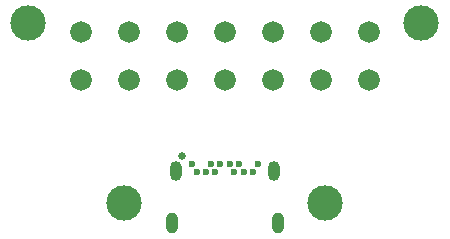
<source format=gbr>
%TF.GenerationSoftware,KiCad,Pcbnew,7.0.5*%
%TF.CreationDate,2024-03-06T09:17:32-05:00*%
%TF.ProjectId,SaberCord_Copy_Male,53616265-7243-46f7-9264-5f436f70795f,rev?*%
%TF.SameCoordinates,Original*%
%TF.FileFunction,Soldermask,Bot*%
%TF.FilePolarity,Negative*%
%FSLAX46Y46*%
G04 Gerber Fmt 4.6, Leading zero omitted, Abs format (unit mm)*
G04 Created by KiCad (PCBNEW 7.0.5) date 2024-03-06 09:17:32*
%MOMM*%
%LPD*%
G01*
G04 APERTURE LIST*
%ADD10C,0.650000*%
%ADD11O,1.000000X1.700000*%
%ADD12O,1.000000X1.800000*%
%ADD13C,0.600000*%
%ADD14C,3.000000*%
%ADD15C,1.828800*%
G04 APERTURE END LIST*
D10*
%TO.C,J2*%
X136735000Y-88190000D03*
D11*
X136210000Y-89440000D03*
D12*
X135850000Y-93830000D03*
X144820000Y-93830000D03*
D11*
X144460000Y-89440000D03*
D13*
X143135000Y-88840000D03*
X142735000Y-89540000D03*
X141935000Y-89540000D03*
X141535000Y-88840000D03*
X141135000Y-89540000D03*
X140735000Y-88840000D03*
X139935000Y-88840000D03*
X139535000Y-89540000D03*
X139135000Y-88840000D03*
X138735000Y-89540000D03*
X137935000Y-89540000D03*
X137535000Y-88840000D03*
%TD*%
D14*
%TO.C,H1*%
X123698000Y-76962000D03*
%TD*%
%TO.C,H4*%
X148844000Y-92202000D03*
%TD*%
%TO.C,H3*%
X131826000Y-92202000D03*
%TD*%
%TO.C,H2*%
X156972000Y-76962000D03*
%TD*%
D15*
%TO.C,J1*%
X128143000Y-77724000D03*
X132207000Y-77724000D03*
X136271000Y-77724000D03*
X140335000Y-77724000D03*
X144399000Y-77724000D03*
X148463000Y-77724000D03*
X152527000Y-77724000D03*
X128143000Y-81788000D03*
X132207000Y-81788000D03*
X136271000Y-81788000D03*
X140335000Y-81788000D03*
X144399000Y-81788000D03*
X148463000Y-81788000D03*
X152527000Y-81788000D03*
%TD*%
M02*

</source>
